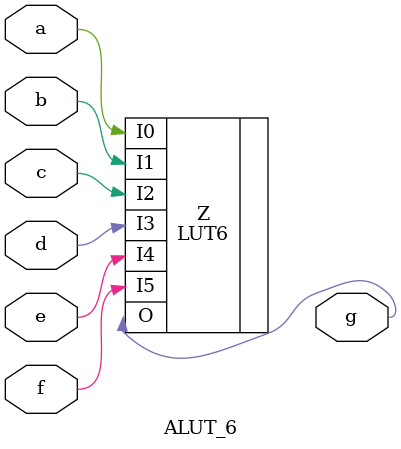
<source format=v>
module ALUT_6(a,b,c,d,e,f,g);
input a,b,c,d,e,f;
output g;
LUT6 #(.INIT(64'h1)) 
 Z(.I0(a),.I1(b),.I2(c),.I3(d),.I4(e),.I5(f),.O(g));
endmodule

</source>
